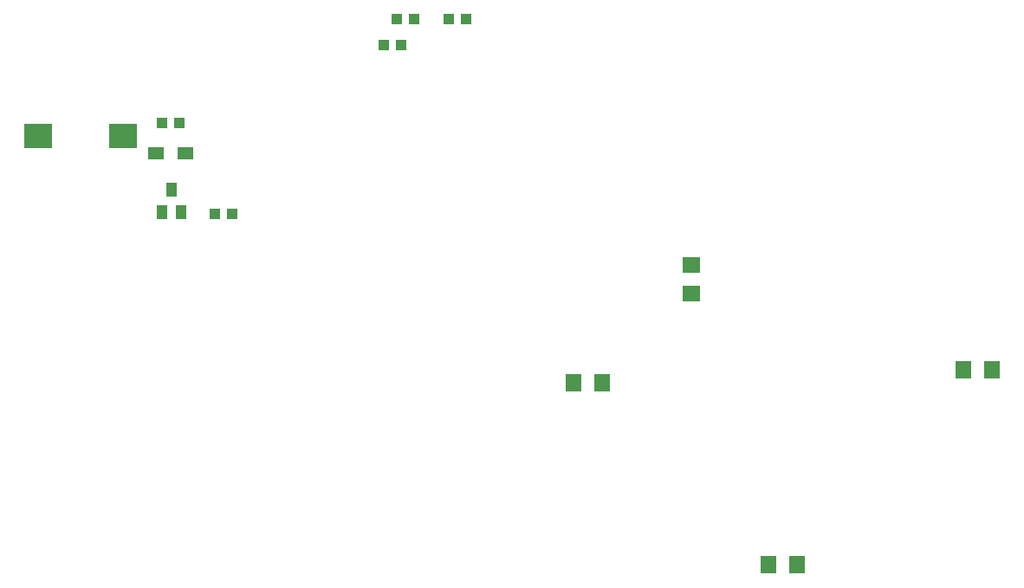
<source format=gbr>
G04 EAGLE Gerber X2 export*
%TF.Part,Single*%
%TF.FileFunction,Paste,Bot*%
%TF.FilePolarity,Positive*%
%TF.GenerationSoftware,Autodesk,EAGLE,9.1.3*%
%TF.CreationDate,2018-09-06T20:15:37Z*%
G75*
%MOMM*%
%FSLAX34Y34*%
%LPD*%
%AMOC8*
5,1,8,0,0,1.08239X$1,22.5*%
G01*
%ADD10R,1.100000X1.000000*%
%ADD11R,1.600000X1.800000*%
%ADD12R,1.800000X1.600000*%
%ADD13R,1.500000X1.200000*%
%ADD14R,2.710000X2.410000*%
%ADD15R,1.000000X1.400000*%


D10*
X503800Y1079500D03*
X486800Y1079500D03*
D11*
X671800Y749300D03*
X699800Y749300D03*
X1052800Y762000D03*
X1080800Y762000D03*
D12*
X787400Y836900D03*
X787400Y864900D03*
D11*
X862300Y571500D03*
X890300Y571500D03*
D10*
X499500Y1104900D03*
X516500Y1104900D03*
X567300Y1104900D03*
X550300Y1104900D03*
D13*
X263630Y974090D03*
X292630Y974090D03*
D10*
X321700Y914400D03*
X338700Y914400D03*
D14*
X232000Y990600D03*
X149000Y990600D03*
D15*
X279400Y938100D03*
X269900Y916100D03*
X288900Y916100D03*
D10*
X269630Y1003300D03*
X286630Y1003300D03*
M02*

</source>
